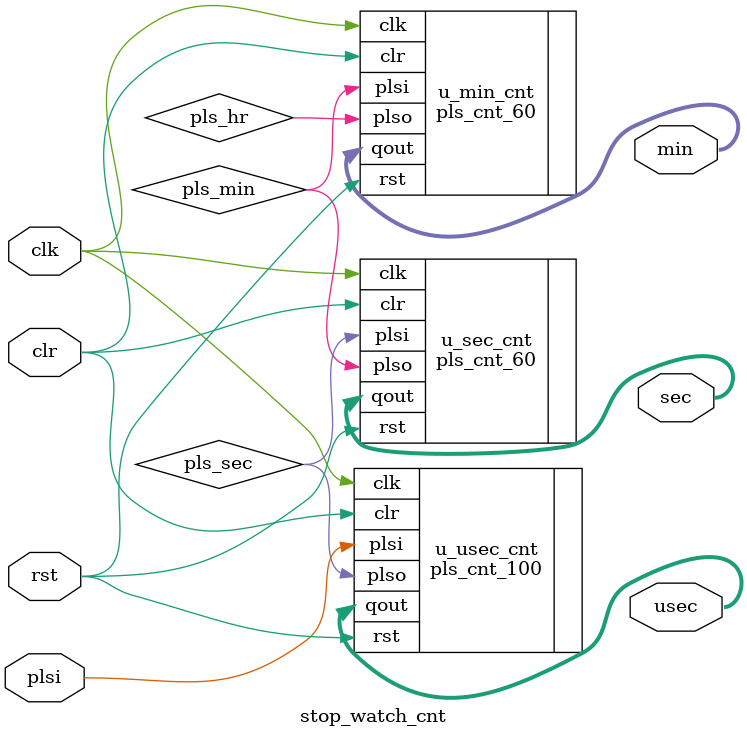
<source format=v>
module stop_watch_cnt
    (
    input rst,clk,
    input clr,              // Clear the Counter at rising edge of CLR Input
    input plsi,             // 100Hz Pulse Input. Count up at falling edge of PLSI.
    output [6:0] usec,
    output [5:0] sec,
    output [5:0] min
    );
    
wire pls_sec,pls_min,pls_hr;

// Under Sec. Counter : 00 ~ 99
pls_cnt_100 u_usec_cnt
(
.rst    (rst    ),
.clk    (clk    ),
.clr    (clr    ),
.plsi   (plsi   ),
.plso   (pls_sec),
.qout   (usec   )
);
    
// Sec. Counter : 00 ~ 59
pls_cnt_60 u_sec_cnt
(
.rst    (rst    ),
.clk    (clk    ),
.clr    (clr    ),
.plsi   (pls_sec),
.plso   (pls_min),
.qout   (sec    )
);
    
// Min. Counter : 00 ~ 59
pls_cnt_60 u_min_cnt
(
.rst    (rst    ),
.clk    (clk    ),
.clr    (clr    ),
.plsi   (pls_min),
.plso   (pls_hr ),
.qout   (min    )
);
    
endmodule

</source>
